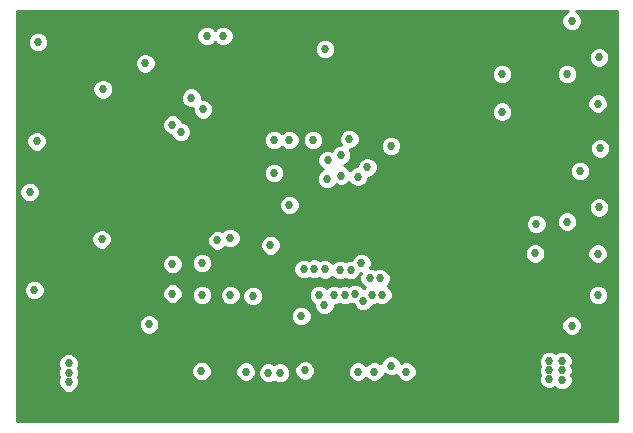
<source format=gbr>
G04 #@! TF.FileFunction,Copper,L3,Inr,Plane*
%FSLAX46Y46*%
G04 Gerber Fmt 4.6, Leading zero omitted, Abs format (unit mm)*
G04 Created by KiCad (PCBNEW 4.0.4-stable) date 12/08/16 20:58:41*
%MOMM*%
%LPD*%
G01*
G04 APERTURE LIST*
%ADD10C,0.100000*%
%ADD11C,0.690000*%
%ADD12C,0.254000*%
G04 APERTURE END LIST*
D10*
D11*
X76100000Y-112200000D03*
X76100000Y-113000000D03*
X76100000Y-111400000D03*
X93800000Y-111200000D03*
X85300000Y-105600000D03*
X91200000Y-98000000D03*
X93000000Y-87500000D03*
X82100000Y-82200000D03*
X77900000Y-90700000D03*
X74700000Y-82600000D03*
X74766434Y-95300000D03*
X74700000Y-107800000D03*
X72600000Y-88195944D03*
X75300000Y-90700000D03*
X80691844Y-103491844D03*
X75200000Y-103500000D03*
X72636424Y-100900000D03*
X97000000Y-112000000D03*
X115700000Y-112000000D03*
X115700000Y-112700000D03*
X115700000Y-111200000D03*
X111700000Y-86900000D03*
X117200000Y-86900000D03*
X117600000Y-82400000D03*
X119800000Y-89408000D03*
X118300000Y-95100000D03*
X114600000Y-99600000D03*
X117200000Y-99400000D03*
X119800000Y-102108000D03*
X117600000Y-108200000D03*
X94700000Y-107400000D03*
X81800000Y-108100000D03*
X96700000Y-84800000D03*
X81500000Y-86000000D03*
X92900000Y-112200000D03*
X88700000Y-105600000D03*
X88700000Y-100800000D03*
X90600000Y-105700000D03*
X92100000Y-101400000D03*
X116800000Y-112800000D03*
X116800000Y-111200000D03*
X116800000Y-112000000D03*
X75000000Y-113000000D03*
X75000000Y-111400000D03*
X75000000Y-112200000D03*
X111700000Y-90100000D03*
X119900000Y-85500000D03*
X120000000Y-93200000D03*
X114500000Y-102100000D03*
X119900000Y-98200000D03*
X119836000Y-105600000D03*
X87600000Y-101000000D03*
X93700000Y-98000000D03*
X93700000Y-92500000D03*
X77900000Y-88200000D03*
X72400000Y-84200000D03*
X72300000Y-92600000D03*
X71700000Y-96900000D03*
X72100000Y-105200000D03*
X77800000Y-100900000D03*
X95000000Y-112000000D03*
X83800000Y-91200000D03*
X83800000Y-103000000D03*
X83800000Y-105500000D03*
X85388941Y-88911059D03*
X88100000Y-83700000D03*
X86700000Y-83700000D03*
X86400000Y-89900000D03*
X84500000Y-91800000D03*
X86311468Y-102911468D03*
X86311468Y-105600000D03*
X96668361Y-106456809D03*
X95816130Y-103385256D03*
X99265969Y-105546923D03*
X98884213Y-103495954D03*
X101567913Y-105582652D03*
X101389950Y-104210472D03*
X99955864Y-106109210D03*
X102300000Y-111600000D03*
X99800000Y-102900000D03*
X99500000Y-95600000D03*
X95686000Y-92500000D03*
X100677923Y-105588873D03*
X98770332Y-92414373D03*
X100300000Y-94800000D03*
X100500000Y-104200000D03*
X103600000Y-112100000D03*
X98379952Y-105631158D03*
X97994216Y-103501216D03*
X98066414Y-93778596D03*
X98100000Y-95500000D03*
X100900000Y-112100000D03*
X97490012Y-105619856D03*
X96704205Y-103443935D03*
X99500000Y-112100000D03*
X96900000Y-95800000D03*
X96938795Y-94189290D03*
X102306000Y-93000000D03*
X91915679Y-112199509D03*
X96200000Y-105600000D03*
X94900000Y-103400000D03*
X92400000Y-95300000D03*
X92400000Y-92500000D03*
X90000000Y-112100000D03*
X86256091Y-112043909D03*
D12*
G36*
X117106697Y-81660324D02*
X116861186Y-81905407D01*
X116728152Y-82225788D01*
X116727849Y-82572690D01*
X116860324Y-82893303D01*
X117105407Y-83138814D01*
X117425788Y-83271848D01*
X117772690Y-83272151D01*
X118093303Y-83139676D01*
X118338814Y-82894593D01*
X118471848Y-82574212D01*
X118472151Y-82227310D01*
X118339676Y-81906697D01*
X118094593Y-81661186D01*
X117952057Y-81602000D01*
X121398000Y-81602000D01*
X121398000Y-116298000D01*
X70602000Y-116298000D01*
X70602000Y-111572690D01*
X74127849Y-111572690D01*
X74221840Y-111800164D01*
X74128152Y-112025788D01*
X74127849Y-112372690D01*
X74221840Y-112600164D01*
X74128152Y-112825788D01*
X74127849Y-113172690D01*
X74260324Y-113493303D01*
X74505407Y-113738814D01*
X74825788Y-113871848D01*
X75172690Y-113872151D01*
X75493303Y-113739676D01*
X75738814Y-113494593D01*
X75871848Y-113174212D01*
X75872151Y-112827310D01*
X75778160Y-112599836D01*
X75871848Y-112374212D01*
X75871985Y-112216599D01*
X85383940Y-112216599D01*
X85516415Y-112537212D01*
X85761498Y-112782723D01*
X86081879Y-112915757D01*
X86428781Y-112916060D01*
X86749394Y-112783585D01*
X86994905Y-112538502D01*
X87105279Y-112272690D01*
X89127849Y-112272690D01*
X89260324Y-112593303D01*
X89505407Y-112838814D01*
X89825788Y-112971848D01*
X90172690Y-112972151D01*
X90493303Y-112839676D01*
X90738814Y-112594593D01*
X90831160Y-112372199D01*
X91043528Y-112372199D01*
X91176003Y-112692812D01*
X91421086Y-112938323D01*
X91741467Y-113071357D01*
X92088369Y-113071660D01*
X92407638Y-112939740D01*
X92725788Y-113071848D01*
X93072690Y-113072151D01*
X93393303Y-112939676D01*
X93638814Y-112694593D01*
X93771848Y-112374212D01*
X93772024Y-112172690D01*
X94127849Y-112172690D01*
X94260324Y-112493303D01*
X94505407Y-112738814D01*
X94825788Y-112871848D01*
X95172690Y-112872151D01*
X95493303Y-112739676D01*
X95738814Y-112494593D01*
X95830956Y-112272690D01*
X98627849Y-112272690D01*
X98760324Y-112593303D01*
X99005407Y-112838814D01*
X99325788Y-112971848D01*
X99672690Y-112972151D01*
X99993303Y-112839676D01*
X100200146Y-112633194D01*
X100405407Y-112838814D01*
X100725788Y-112971848D01*
X101072690Y-112972151D01*
X101393303Y-112839676D01*
X101638814Y-112594593D01*
X101762762Y-112296094D01*
X101805407Y-112338814D01*
X102125788Y-112471848D01*
X102472690Y-112472151D01*
X102761036Y-112353008D01*
X102860324Y-112593303D01*
X103105407Y-112838814D01*
X103425788Y-112971848D01*
X103772690Y-112972151D01*
X104093303Y-112839676D01*
X104338814Y-112594593D01*
X104471848Y-112274212D01*
X104472151Y-111927310D01*
X104339676Y-111606697D01*
X104106077Y-111372690D01*
X114827849Y-111372690D01*
X114921840Y-111600164D01*
X114828152Y-111825788D01*
X114827849Y-112172690D01*
X114901129Y-112350040D01*
X114828152Y-112525788D01*
X114827849Y-112872690D01*
X114960324Y-113193303D01*
X115205407Y-113438814D01*
X115525788Y-113571848D01*
X115872690Y-113572151D01*
X116193303Y-113439676D01*
X116199884Y-113433107D01*
X116305407Y-113538814D01*
X116625788Y-113671848D01*
X116972690Y-113672151D01*
X117293303Y-113539676D01*
X117538814Y-113294593D01*
X117671848Y-112974212D01*
X117672151Y-112627310D01*
X117578160Y-112399836D01*
X117671848Y-112174212D01*
X117672151Y-111827310D01*
X117578160Y-111599836D01*
X117671848Y-111374212D01*
X117672151Y-111027310D01*
X117539676Y-110706697D01*
X117294593Y-110461186D01*
X116974212Y-110328152D01*
X116627310Y-110327849D01*
X116306697Y-110460324D01*
X116250116Y-110516806D01*
X116194593Y-110461186D01*
X115874212Y-110328152D01*
X115527310Y-110327849D01*
X115206697Y-110460324D01*
X114961186Y-110705407D01*
X114828152Y-111025788D01*
X114827849Y-111372690D01*
X104106077Y-111372690D01*
X104094593Y-111361186D01*
X103774212Y-111228152D01*
X103427310Y-111227849D01*
X103138964Y-111346992D01*
X103039676Y-111106697D01*
X102794593Y-110861186D01*
X102474212Y-110728152D01*
X102127310Y-110727849D01*
X101806697Y-110860324D01*
X101561186Y-111105407D01*
X101437238Y-111403906D01*
X101394593Y-111361186D01*
X101074212Y-111228152D01*
X100727310Y-111227849D01*
X100406697Y-111360324D01*
X100199854Y-111566806D01*
X99994593Y-111361186D01*
X99674212Y-111228152D01*
X99327310Y-111227849D01*
X99006697Y-111360324D01*
X98761186Y-111605407D01*
X98628152Y-111925788D01*
X98627849Y-112272690D01*
X95830956Y-112272690D01*
X95871848Y-112174212D01*
X95872151Y-111827310D01*
X95739676Y-111506697D01*
X95494593Y-111261186D01*
X95174212Y-111128152D01*
X94827310Y-111127849D01*
X94506697Y-111260324D01*
X94261186Y-111505407D01*
X94128152Y-111825788D01*
X94127849Y-112172690D01*
X93772024Y-112172690D01*
X93772151Y-112027310D01*
X93639676Y-111706697D01*
X93394593Y-111461186D01*
X93074212Y-111328152D01*
X92727310Y-111327849D01*
X92408041Y-111459769D01*
X92089891Y-111327661D01*
X91742989Y-111327358D01*
X91422376Y-111459833D01*
X91176865Y-111704916D01*
X91043831Y-112025297D01*
X91043528Y-112372199D01*
X90831160Y-112372199D01*
X90871848Y-112274212D01*
X90872151Y-111927310D01*
X90739676Y-111606697D01*
X90494593Y-111361186D01*
X90174212Y-111228152D01*
X89827310Y-111227849D01*
X89506697Y-111360324D01*
X89261186Y-111605407D01*
X89128152Y-111925788D01*
X89127849Y-112272690D01*
X87105279Y-112272690D01*
X87127939Y-112218121D01*
X87128242Y-111871219D01*
X86995767Y-111550606D01*
X86750684Y-111305095D01*
X86430303Y-111172061D01*
X86083401Y-111171758D01*
X85762788Y-111304233D01*
X85517277Y-111549316D01*
X85384243Y-111869697D01*
X85383940Y-112216599D01*
X75871985Y-112216599D01*
X75872151Y-112027310D01*
X75778160Y-111799836D01*
X75871848Y-111574212D01*
X75872151Y-111227310D01*
X75739676Y-110906697D01*
X75494593Y-110661186D01*
X75174212Y-110528152D01*
X74827310Y-110527849D01*
X74506697Y-110660324D01*
X74261186Y-110905407D01*
X74128152Y-111225788D01*
X74127849Y-111572690D01*
X70602000Y-111572690D01*
X70602000Y-108272690D01*
X80927849Y-108272690D01*
X81060324Y-108593303D01*
X81305407Y-108838814D01*
X81625788Y-108971848D01*
X81972690Y-108972151D01*
X82293303Y-108839676D01*
X82538814Y-108594593D01*
X82630956Y-108372690D01*
X116727849Y-108372690D01*
X116860324Y-108693303D01*
X117105407Y-108938814D01*
X117425788Y-109071848D01*
X117772690Y-109072151D01*
X118093303Y-108939676D01*
X118338814Y-108694593D01*
X118471848Y-108374212D01*
X118472151Y-108027310D01*
X118339676Y-107706697D01*
X118094593Y-107461186D01*
X117774212Y-107328152D01*
X117427310Y-107327849D01*
X117106697Y-107460324D01*
X116861186Y-107705407D01*
X116728152Y-108025788D01*
X116727849Y-108372690D01*
X82630956Y-108372690D01*
X82671848Y-108274212D01*
X82672151Y-107927310D01*
X82539676Y-107606697D01*
X82505729Y-107572690D01*
X93827849Y-107572690D01*
X93960324Y-107893303D01*
X94205407Y-108138814D01*
X94525788Y-108271848D01*
X94872690Y-108272151D01*
X95193303Y-108139676D01*
X95438814Y-107894593D01*
X95571848Y-107574212D01*
X95572151Y-107227310D01*
X95439676Y-106906697D01*
X95194593Y-106661186D01*
X94874212Y-106528152D01*
X94527310Y-106527849D01*
X94206697Y-106660324D01*
X93961186Y-106905407D01*
X93828152Y-107225788D01*
X93827849Y-107572690D01*
X82505729Y-107572690D01*
X82294593Y-107361186D01*
X81974212Y-107228152D01*
X81627310Y-107227849D01*
X81306697Y-107360324D01*
X81061186Y-107605407D01*
X80928152Y-107925788D01*
X80927849Y-108272690D01*
X70602000Y-108272690D01*
X70602000Y-105372690D01*
X71227849Y-105372690D01*
X71360324Y-105693303D01*
X71605407Y-105938814D01*
X71925788Y-106071848D01*
X72272690Y-106072151D01*
X72593303Y-105939676D01*
X72838814Y-105694593D01*
X72847908Y-105672690D01*
X82927849Y-105672690D01*
X83060324Y-105993303D01*
X83305407Y-106238814D01*
X83625788Y-106371848D01*
X83972690Y-106372151D01*
X84293303Y-106239676D01*
X84538814Y-105994593D01*
X84630956Y-105772690D01*
X85439317Y-105772690D01*
X85571792Y-106093303D01*
X85816875Y-106338814D01*
X86137256Y-106471848D01*
X86484158Y-106472151D01*
X86804771Y-106339676D01*
X87050282Y-106094593D01*
X87183316Y-105774212D01*
X87183317Y-105772690D01*
X87827849Y-105772690D01*
X87960324Y-106093303D01*
X88205407Y-106338814D01*
X88525788Y-106471848D01*
X88872690Y-106472151D01*
X89193303Y-106339676D01*
X89438814Y-106094593D01*
X89530956Y-105872690D01*
X89727849Y-105872690D01*
X89860324Y-106193303D01*
X90105407Y-106438814D01*
X90425788Y-106571848D01*
X90772690Y-106572151D01*
X91093303Y-106439676D01*
X91338814Y-106194593D01*
X91471848Y-105874212D01*
X91472151Y-105527310D01*
X91339676Y-105206697D01*
X91094593Y-104961186D01*
X90774212Y-104828152D01*
X90427310Y-104827849D01*
X90106697Y-104960324D01*
X89861186Y-105205407D01*
X89728152Y-105525788D01*
X89727849Y-105872690D01*
X89530956Y-105872690D01*
X89571848Y-105774212D01*
X89572151Y-105427310D01*
X89439676Y-105106697D01*
X89194593Y-104861186D01*
X88874212Y-104728152D01*
X88527310Y-104727849D01*
X88206697Y-104860324D01*
X87961186Y-105105407D01*
X87828152Y-105425788D01*
X87827849Y-105772690D01*
X87183317Y-105772690D01*
X87183619Y-105427310D01*
X87051144Y-105106697D01*
X86806061Y-104861186D01*
X86485680Y-104728152D01*
X86138778Y-104727849D01*
X85818165Y-104860324D01*
X85572654Y-105105407D01*
X85439620Y-105425788D01*
X85439317Y-105772690D01*
X84630956Y-105772690D01*
X84671848Y-105674212D01*
X84672151Y-105327310D01*
X84539676Y-105006697D01*
X84294593Y-104761186D01*
X83974212Y-104628152D01*
X83627310Y-104627849D01*
X83306697Y-104760324D01*
X83061186Y-105005407D01*
X82928152Y-105325788D01*
X82927849Y-105672690D01*
X72847908Y-105672690D01*
X72971848Y-105374212D01*
X72972151Y-105027310D01*
X72839676Y-104706697D01*
X72594593Y-104461186D01*
X72274212Y-104328152D01*
X71927310Y-104327849D01*
X71606697Y-104460324D01*
X71361186Y-104705407D01*
X71228152Y-105025788D01*
X71227849Y-105372690D01*
X70602000Y-105372690D01*
X70602000Y-103172690D01*
X82927849Y-103172690D01*
X83060324Y-103493303D01*
X83305407Y-103738814D01*
X83625788Y-103871848D01*
X83972690Y-103872151D01*
X84293303Y-103739676D01*
X84538814Y-103494593D01*
X84671848Y-103174212D01*
X84671926Y-103084158D01*
X85439317Y-103084158D01*
X85571792Y-103404771D01*
X85816875Y-103650282D01*
X86137256Y-103783316D01*
X86484158Y-103783619D01*
X86804771Y-103651144D01*
X86883362Y-103572690D01*
X94027849Y-103572690D01*
X94160324Y-103893303D01*
X94405407Y-104138814D01*
X94725788Y-104271848D01*
X95072690Y-104272151D01*
X95376170Y-104146755D01*
X95641918Y-104257104D01*
X95988820Y-104257407D01*
X96197900Y-104171017D01*
X96209612Y-104182749D01*
X96529993Y-104315783D01*
X96876895Y-104316086D01*
X97197508Y-104183611D01*
X97320620Y-104060714D01*
X97499623Y-104240030D01*
X97820004Y-104373064D01*
X98166906Y-104373367D01*
X98445841Y-104258113D01*
X98710001Y-104367802D01*
X99056903Y-104368105D01*
X99377516Y-104235630D01*
X99623027Y-103990547D01*
X99713807Y-103771925D01*
X99733558Y-103771942D01*
X99628152Y-104025788D01*
X99627849Y-104372690D01*
X99760324Y-104693303D01*
X100005407Y-104938814D01*
X100068572Y-104965043D01*
X99992765Y-105040718D01*
X99760562Y-104808109D01*
X99440181Y-104675075D01*
X99093279Y-104674772D01*
X98772666Y-104807247D01*
X98742391Y-104837469D01*
X98554164Y-104759310D01*
X98207262Y-104759007D01*
X97948350Y-104865988D01*
X97664224Y-104748008D01*
X97317322Y-104747705D01*
X96996709Y-104880180D01*
X96854884Y-105021757D01*
X96694593Y-104861186D01*
X96374212Y-104728152D01*
X96027310Y-104727849D01*
X95706697Y-104860324D01*
X95461186Y-105105407D01*
X95328152Y-105425788D01*
X95327849Y-105772690D01*
X95460324Y-106093303D01*
X95705407Y-106338814D01*
X95796431Y-106376610D01*
X95796210Y-106629499D01*
X95928685Y-106950112D01*
X96173768Y-107195623D01*
X96494149Y-107328657D01*
X96841051Y-107328960D01*
X97161664Y-107196485D01*
X97407175Y-106951402D01*
X97540209Y-106631021D01*
X97540331Y-106491900D01*
X97662702Y-106492007D01*
X97921614Y-106385026D01*
X98205740Y-106503006D01*
X98552642Y-106503309D01*
X98873255Y-106370834D01*
X98903530Y-106340612D01*
X99091757Y-106418771D01*
X99140285Y-106418813D01*
X99216188Y-106602513D01*
X99461271Y-106848024D01*
X99781652Y-106981058D01*
X100128554Y-106981361D01*
X100449167Y-106848886D01*
X100694678Y-106603803D01*
X100754000Y-106460940D01*
X100850613Y-106461024D01*
X101130702Y-106345293D01*
X101393701Y-106454500D01*
X101740603Y-106454803D01*
X102061216Y-106322328D01*
X102306727Y-106077245D01*
X102433189Y-105772690D01*
X118963849Y-105772690D01*
X119096324Y-106093303D01*
X119341407Y-106338814D01*
X119661788Y-106471848D01*
X120008690Y-106472151D01*
X120329303Y-106339676D01*
X120574814Y-106094593D01*
X120707848Y-105774212D01*
X120708151Y-105427310D01*
X120575676Y-105106697D01*
X120330593Y-104861186D01*
X120010212Y-104728152D01*
X119663310Y-104727849D01*
X119342697Y-104860324D01*
X119097186Y-105105407D01*
X118964152Y-105425788D01*
X118963849Y-105772690D01*
X102433189Y-105772690D01*
X102439761Y-105756864D01*
X102440064Y-105409962D01*
X102307589Y-105089349D01*
X102062506Y-104843838D01*
X102011122Y-104822502D01*
X102128764Y-104705065D01*
X102261798Y-104384684D01*
X102262101Y-104037782D01*
X102129626Y-103717169D01*
X101884543Y-103471658D01*
X101564162Y-103338624D01*
X101217260Y-103338321D01*
X100957341Y-103445718D01*
X100674212Y-103328152D01*
X100566442Y-103328058D01*
X100671848Y-103074212D01*
X100672151Y-102727310D01*
X100539676Y-102406697D01*
X100405903Y-102272690D01*
X113627849Y-102272690D01*
X113760324Y-102593303D01*
X114005407Y-102838814D01*
X114325788Y-102971848D01*
X114672690Y-102972151D01*
X114993303Y-102839676D01*
X115238814Y-102594593D01*
X115369158Y-102280690D01*
X118927849Y-102280690D01*
X119060324Y-102601303D01*
X119305407Y-102846814D01*
X119625788Y-102979848D01*
X119972690Y-102980151D01*
X120293303Y-102847676D01*
X120538814Y-102602593D01*
X120671848Y-102282212D01*
X120672151Y-101935310D01*
X120539676Y-101614697D01*
X120294593Y-101369186D01*
X119974212Y-101236152D01*
X119627310Y-101235849D01*
X119306697Y-101368324D01*
X119061186Y-101613407D01*
X118928152Y-101933788D01*
X118927849Y-102280690D01*
X115369158Y-102280690D01*
X115371848Y-102274212D01*
X115372151Y-101927310D01*
X115239676Y-101606697D01*
X114994593Y-101361186D01*
X114674212Y-101228152D01*
X114327310Y-101227849D01*
X114006697Y-101360324D01*
X113761186Y-101605407D01*
X113628152Y-101925788D01*
X113627849Y-102272690D01*
X100405903Y-102272690D01*
X100294593Y-102161186D01*
X99974212Y-102028152D01*
X99627310Y-102027849D01*
X99306697Y-102160324D01*
X99061186Y-102405407D01*
X98970406Y-102624029D01*
X98711523Y-102623803D01*
X98432588Y-102739057D01*
X98168428Y-102629368D01*
X97821526Y-102629065D01*
X97500913Y-102761540D01*
X97377801Y-102884437D01*
X97198798Y-102705121D01*
X96878417Y-102572087D01*
X96531515Y-102571784D01*
X96322435Y-102658174D01*
X96310723Y-102646442D01*
X95990342Y-102513408D01*
X95643440Y-102513105D01*
X95339960Y-102638501D01*
X95074212Y-102528152D01*
X94727310Y-102527849D01*
X94406697Y-102660324D01*
X94161186Y-102905407D01*
X94028152Y-103225788D01*
X94027849Y-103572690D01*
X86883362Y-103572690D01*
X87050282Y-103406061D01*
X87183316Y-103085680D01*
X87183619Y-102738778D01*
X87051144Y-102418165D01*
X86806061Y-102172654D01*
X86485680Y-102039620D01*
X86138778Y-102039317D01*
X85818165Y-102171792D01*
X85572654Y-102416875D01*
X85439620Y-102737256D01*
X85439317Y-103084158D01*
X84671926Y-103084158D01*
X84672151Y-102827310D01*
X84539676Y-102506697D01*
X84294593Y-102261186D01*
X83974212Y-102128152D01*
X83627310Y-102127849D01*
X83306697Y-102260324D01*
X83061186Y-102505407D01*
X82928152Y-102825788D01*
X82927849Y-103172690D01*
X70602000Y-103172690D01*
X70602000Y-101072690D01*
X76927849Y-101072690D01*
X77060324Y-101393303D01*
X77305407Y-101638814D01*
X77625788Y-101771848D01*
X77972690Y-101772151D01*
X78293303Y-101639676D01*
X78538814Y-101394593D01*
X78630956Y-101172690D01*
X86727849Y-101172690D01*
X86860324Y-101493303D01*
X87105407Y-101738814D01*
X87425788Y-101871848D01*
X87772690Y-101872151D01*
X88093303Y-101739676D01*
X88268339Y-101564946D01*
X88525788Y-101671848D01*
X88872690Y-101672151D01*
X89113403Y-101572690D01*
X91227849Y-101572690D01*
X91360324Y-101893303D01*
X91605407Y-102138814D01*
X91925788Y-102271848D01*
X92272690Y-102272151D01*
X92593303Y-102139676D01*
X92838814Y-101894593D01*
X92971848Y-101574212D01*
X92972151Y-101227310D01*
X92839676Y-100906697D01*
X92594593Y-100661186D01*
X92274212Y-100528152D01*
X91927310Y-100527849D01*
X91606697Y-100660324D01*
X91361186Y-100905407D01*
X91228152Y-101225788D01*
X91227849Y-101572690D01*
X89113403Y-101572690D01*
X89193303Y-101539676D01*
X89438814Y-101294593D01*
X89571848Y-100974212D01*
X89572151Y-100627310D01*
X89439676Y-100306697D01*
X89194593Y-100061186D01*
X88874212Y-99928152D01*
X88527310Y-99927849D01*
X88206697Y-100060324D01*
X88031661Y-100235054D01*
X87774212Y-100128152D01*
X87427310Y-100127849D01*
X87106697Y-100260324D01*
X86861186Y-100505407D01*
X86728152Y-100825788D01*
X86727849Y-101172690D01*
X78630956Y-101172690D01*
X78671848Y-101074212D01*
X78672151Y-100727310D01*
X78539676Y-100406697D01*
X78294593Y-100161186D01*
X77974212Y-100028152D01*
X77627310Y-100027849D01*
X77306697Y-100160324D01*
X77061186Y-100405407D01*
X76928152Y-100725788D01*
X76927849Y-101072690D01*
X70602000Y-101072690D01*
X70602000Y-99772690D01*
X113727849Y-99772690D01*
X113860324Y-100093303D01*
X114105407Y-100338814D01*
X114425788Y-100471848D01*
X114772690Y-100472151D01*
X115093303Y-100339676D01*
X115338814Y-100094593D01*
X115471848Y-99774212D01*
X115472024Y-99572690D01*
X116327849Y-99572690D01*
X116460324Y-99893303D01*
X116705407Y-100138814D01*
X117025788Y-100271848D01*
X117372690Y-100272151D01*
X117693303Y-100139676D01*
X117938814Y-99894593D01*
X118071848Y-99574212D01*
X118072151Y-99227310D01*
X117939676Y-98906697D01*
X117694593Y-98661186D01*
X117374212Y-98528152D01*
X117027310Y-98527849D01*
X116706697Y-98660324D01*
X116461186Y-98905407D01*
X116328152Y-99225788D01*
X116327849Y-99572690D01*
X115472024Y-99572690D01*
X115472151Y-99427310D01*
X115339676Y-99106697D01*
X115094593Y-98861186D01*
X114774212Y-98728152D01*
X114427310Y-98727849D01*
X114106697Y-98860324D01*
X113861186Y-99105407D01*
X113728152Y-99425788D01*
X113727849Y-99772690D01*
X70602000Y-99772690D01*
X70602000Y-98172690D01*
X92827849Y-98172690D01*
X92960324Y-98493303D01*
X93205407Y-98738814D01*
X93525788Y-98871848D01*
X93872690Y-98872151D01*
X94193303Y-98739676D01*
X94438814Y-98494593D01*
X94489432Y-98372690D01*
X119027849Y-98372690D01*
X119160324Y-98693303D01*
X119405407Y-98938814D01*
X119725788Y-99071848D01*
X120072690Y-99072151D01*
X120393303Y-98939676D01*
X120638814Y-98694593D01*
X120771848Y-98374212D01*
X120772151Y-98027310D01*
X120639676Y-97706697D01*
X120394593Y-97461186D01*
X120074212Y-97328152D01*
X119727310Y-97327849D01*
X119406697Y-97460324D01*
X119161186Y-97705407D01*
X119028152Y-98025788D01*
X119027849Y-98372690D01*
X94489432Y-98372690D01*
X94571848Y-98174212D01*
X94572151Y-97827310D01*
X94439676Y-97506697D01*
X94194593Y-97261186D01*
X93874212Y-97128152D01*
X93527310Y-97127849D01*
X93206697Y-97260324D01*
X92961186Y-97505407D01*
X92828152Y-97825788D01*
X92827849Y-98172690D01*
X70602000Y-98172690D01*
X70602000Y-97072690D01*
X70827849Y-97072690D01*
X70960324Y-97393303D01*
X71205407Y-97638814D01*
X71525788Y-97771848D01*
X71872690Y-97772151D01*
X72193303Y-97639676D01*
X72438814Y-97394593D01*
X72571848Y-97074212D01*
X72572151Y-96727310D01*
X72439676Y-96406697D01*
X72194593Y-96161186D01*
X71874212Y-96028152D01*
X71527310Y-96027849D01*
X71206697Y-96160324D01*
X70961186Y-96405407D01*
X70828152Y-96725788D01*
X70827849Y-97072690D01*
X70602000Y-97072690D01*
X70602000Y-95472690D01*
X91527849Y-95472690D01*
X91660324Y-95793303D01*
X91905407Y-96038814D01*
X92225788Y-96171848D01*
X92572690Y-96172151D01*
X92893303Y-96039676D01*
X92960405Y-95972690D01*
X96027849Y-95972690D01*
X96160324Y-96293303D01*
X96405407Y-96538814D01*
X96725788Y-96671848D01*
X97072690Y-96672151D01*
X97393303Y-96539676D01*
X97638814Y-96294593D01*
X97653656Y-96258849D01*
X97925788Y-96371848D01*
X98272690Y-96372151D01*
X98593303Y-96239676D01*
X98754369Y-96078891D01*
X98760324Y-96093303D01*
X99005407Y-96338814D01*
X99325788Y-96471848D01*
X99672690Y-96472151D01*
X99993303Y-96339676D01*
X100238814Y-96094593D01*
X100371848Y-95774212D01*
X100371937Y-95672063D01*
X100472690Y-95672151D01*
X100793303Y-95539676D01*
X101038814Y-95294593D01*
X101047908Y-95272690D01*
X117427849Y-95272690D01*
X117560324Y-95593303D01*
X117805407Y-95838814D01*
X118125788Y-95971848D01*
X118472690Y-95972151D01*
X118793303Y-95839676D01*
X119038814Y-95594593D01*
X119171848Y-95274212D01*
X119172151Y-94927310D01*
X119039676Y-94606697D01*
X118794593Y-94361186D01*
X118474212Y-94228152D01*
X118127310Y-94227849D01*
X117806697Y-94360324D01*
X117561186Y-94605407D01*
X117428152Y-94925788D01*
X117427849Y-95272690D01*
X101047908Y-95272690D01*
X101171848Y-94974212D01*
X101172151Y-94627310D01*
X101039676Y-94306697D01*
X100794593Y-94061186D01*
X100474212Y-93928152D01*
X100127310Y-93927849D01*
X99806697Y-94060324D01*
X99561186Y-94305407D01*
X99428152Y-94625788D01*
X99428063Y-94727937D01*
X99327310Y-94727849D01*
X99006697Y-94860324D01*
X98845631Y-95021109D01*
X98839676Y-95006697D01*
X98594593Y-94761186D01*
X98283976Y-94632206D01*
X98559717Y-94518272D01*
X98805228Y-94273189D01*
X98938262Y-93952808D01*
X98938565Y-93605906D01*
X98806549Y-93286405D01*
X98943022Y-93286524D01*
X99218520Y-93172690D01*
X101433849Y-93172690D01*
X101566324Y-93493303D01*
X101811407Y-93738814D01*
X102131788Y-93871848D01*
X102478690Y-93872151D01*
X102799303Y-93739676D01*
X103044814Y-93494593D01*
X103095432Y-93372690D01*
X119127849Y-93372690D01*
X119260324Y-93693303D01*
X119505407Y-93938814D01*
X119825788Y-94071848D01*
X120172690Y-94072151D01*
X120493303Y-93939676D01*
X120738814Y-93694593D01*
X120871848Y-93374212D01*
X120872151Y-93027310D01*
X120739676Y-92706697D01*
X120494593Y-92461186D01*
X120174212Y-92328152D01*
X119827310Y-92327849D01*
X119506697Y-92460324D01*
X119261186Y-92705407D01*
X119128152Y-93025788D01*
X119127849Y-93372690D01*
X103095432Y-93372690D01*
X103177848Y-93174212D01*
X103178151Y-92827310D01*
X103045676Y-92506697D01*
X102800593Y-92261186D01*
X102480212Y-92128152D01*
X102133310Y-92127849D01*
X101812697Y-92260324D01*
X101567186Y-92505407D01*
X101434152Y-92825788D01*
X101433849Y-93172690D01*
X99218520Y-93172690D01*
X99263635Y-93154049D01*
X99509146Y-92908966D01*
X99642180Y-92588585D01*
X99642483Y-92241683D01*
X99510008Y-91921070D01*
X99264925Y-91675559D01*
X98944544Y-91542525D01*
X98597642Y-91542222D01*
X98277029Y-91674697D01*
X98031518Y-91919780D01*
X97898484Y-92240161D01*
X97898181Y-92587063D01*
X98030197Y-92906564D01*
X97893724Y-92906445D01*
X97573111Y-93038920D01*
X97327600Y-93284003D01*
X97284198Y-93388527D01*
X97113007Y-93317442D01*
X96766105Y-93317139D01*
X96445492Y-93449614D01*
X96199981Y-93694697D01*
X96066947Y-94015078D01*
X96066644Y-94361980D01*
X96199119Y-94682593D01*
X96444202Y-94928104D01*
X96585099Y-94986610D01*
X96406697Y-95060324D01*
X96161186Y-95305407D01*
X96028152Y-95625788D01*
X96027849Y-95972690D01*
X92960405Y-95972690D01*
X93138814Y-95794593D01*
X93271848Y-95474212D01*
X93272151Y-95127310D01*
X93139676Y-94806697D01*
X92894593Y-94561186D01*
X92574212Y-94428152D01*
X92227310Y-94427849D01*
X91906697Y-94560324D01*
X91661186Y-94805407D01*
X91528152Y-95125788D01*
X91527849Y-95472690D01*
X70602000Y-95472690D01*
X70602000Y-92772690D01*
X71427849Y-92772690D01*
X71560324Y-93093303D01*
X71805407Y-93338814D01*
X72125788Y-93471848D01*
X72472690Y-93472151D01*
X72793303Y-93339676D01*
X73038814Y-93094593D01*
X73171848Y-92774212D01*
X73171936Y-92672690D01*
X91527849Y-92672690D01*
X91660324Y-92993303D01*
X91905407Y-93238814D01*
X92225788Y-93371848D01*
X92572690Y-93372151D01*
X92893303Y-93239676D01*
X93050058Y-93083194D01*
X93205407Y-93238814D01*
X93525788Y-93371848D01*
X93872690Y-93372151D01*
X94193303Y-93239676D01*
X94438814Y-92994593D01*
X94571848Y-92674212D01*
X94571849Y-92672690D01*
X94813849Y-92672690D01*
X94946324Y-92993303D01*
X95191407Y-93238814D01*
X95511788Y-93371848D01*
X95858690Y-93372151D01*
X96179303Y-93239676D01*
X96424814Y-92994593D01*
X96557848Y-92674212D01*
X96558151Y-92327310D01*
X96425676Y-92006697D01*
X96180593Y-91761186D01*
X95860212Y-91628152D01*
X95513310Y-91627849D01*
X95192697Y-91760324D01*
X94947186Y-92005407D01*
X94814152Y-92325788D01*
X94813849Y-92672690D01*
X94571849Y-92672690D01*
X94572151Y-92327310D01*
X94439676Y-92006697D01*
X94194593Y-91761186D01*
X93874212Y-91628152D01*
X93527310Y-91627849D01*
X93206697Y-91760324D01*
X93049942Y-91916806D01*
X92894593Y-91761186D01*
X92574212Y-91628152D01*
X92227310Y-91627849D01*
X91906697Y-91760324D01*
X91661186Y-92005407D01*
X91528152Y-92325788D01*
X91527849Y-92672690D01*
X73171936Y-92672690D01*
X73172151Y-92427310D01*
X73039676Y-92106697D01*
X72794593Y-91861186D01*
X72474212Y-91728152D01*
X72127310Y-91727849D01*
X71806697Y-91860324D01*
X71561186Y-92105407D01*
X71428152Y-92425788D01*
X71427849Y-92772690D01*
X70602000Y-92772690D01*
X70602000Y-91372690D01*
X82927849Y-91372690D01*
X83060324Y-91693303D01*
X83305407Y-91938814D01*
X83625788Y-92071848D01*
X83668836Y-92071886D01*
X83760324Y-92293303D01*
X84005407Y-92538814D01*
X84325788Y-92671848D01*
X84672690Y-92672151D01*
X84993303Y-92539676D01*
X85238814Y-92294593D01*
X85371848Y-91974212D01*
X85372151Y-91627310D01*
X85239676Y-91306697D01*
X84994593Y-91061186D01*
X84674212Y-90928152D01*
X84631164Y-90928114D01*
X84539676Y-90706697D01*
X84294593Y-90461186D01*
X83974212Y-90328152D01*
X83627310Y-90327849D01*
X83306697Y-90460324D01*
X83061186Y-90705407D01*
X82928152Y-91025788D01*
X82927849Y-91372690D01*
X70602000Y-91372690D01*
X70602000Y-89083749D01*
X84516790Y-89083749D01*
X84649265Y-89404362D01*
X84894348Y-89649873D01*
X85214729Y-89782907D01*
X85528102Y-89783181D01*
X85527849Y-90072690D01*
X85660324Y-90393303D01*
X85905407Y-90638814D01*
X86225788Y-90771848D01*
X86572690Y-90772151D01*
X86893303Y-90639676D01*
X87138814Y-90394593D01*
X87189432Y-90272690D01*
X110827849Y-90272690D01*
X110960324Y-90593303D01*
X111205407Y-90838814D01*
X111525788Y-90971848D01*
X111872690Y-90972151D01*
X112193303Y-90839676D01*
X112438814Y-90594593D01*
X112571848Y-90274212D01*
X112572151Y-89927310D01*
X112439676Y-89606697D01*
X112413715Y-89580690D01*
X118927849Y-89580690D01*
X119060324Y-89901303D01*
X119305407Y-90146814D01*
X119625788Y-90279848D01*
X119972690Y-90280151D01*
X120293303Y-90147676D01*
X120538814Y-89902593D01*
X120671848Y-89582212D01*
X120672151Y-89235310D01*
X120539676Y-88914697D01*
X120294593Y-88669186D01*
X119974212Y-88536152D01*
X119627310Y-88535849D01*
X119306697Y-88668324D01*
X119061186Y-88913407D01*
X118928152Y-89233788D01*
X118927849Y-89580690D01*
X112413715Y-89580690D01*
X112194593Y-89361186D01*
X111874212Y-89228152D01*
X111527310Y-89227849D01*
X111206697Y-89360324D01*
X110961186Y-89605407D01*
X110828152Y-89925788D01*
X110827849Y-90272690D01*
X87189432Y-90272690D01*
X87271848Y-90074212D01*
X87272151Y-89727310D01*
X87139676Y-89406697D01*
X86894593Y-89161186D01*
X86574212Y-89028152D01*
X86260839Y-89027878D01*
X86261092Y-88738369D01*
X86128617Y-88417756D01*
X85883534Y-88172245D01*
X85563153Y-88039211D01*
X85216251Y-88038908D01*
X84895638Y-88171383D01*
X84650127Y-88416466D01*
X84517093Y-88736847D01*
X84516790Y-89083749D01*
X70602000Y-89083749D01*
X70602000Y-88372690D01*
X77027849Y-88372690D01*
X77160324Y-88693303D01*
X77405407Y-88938814D01*
X77725788Y-89071848D01*
X78072690Y-89072151D01*
X78393303Y-88939676D01*
X78638814Y-88694593D01*
X78771848Y-88374212D01*
X78772151Y-88027310D01*
X78639676Y-87706697D01*
X78394593Y-87461186D01*
X78074212Y-87328152D01*
X77727310Y-87327849D01*
X77406697Y-87460324D01*
X77161186Y-87705407D01*
X77028152Y-88025788D01*
X77027849Y-88372690D01*
X70602000Y-88372690D01*
X70602000Y-87072690D01*
X110827849Y-87072690D01*
X110960324Y-87393303D01*
X111205407Y-87638814D01*
X111525788Y-87771848D01*
X111872690Y-87772151D01*
X112193303Y-87639676D01*
X112438814Y-87394593D01*
X112571848Y-87074212D01*
X112571849Y-87072690D01*
X116327849Y-87072690D01*
X116460324Y-87393303D01*
X116705407Y-87638814D01*
X117025788Y-87771848D01*
X117372690Y-87772151D01*
X117693303Y-87639676D01*
X117938814Y-87394593D01*
X118071848Y-87074212D01*
X118072151Y-86727310D01*
X117939676Y-86406697D01*
X117694593Y-86161186D01*
X117374212Y-86028152D01*
X117027310Y-86027849D01*
X116706697Y-86160324D01*
X116461186Y-86405407D01*
X116328152Y-86725788D01*
X116327849Y-87072690D01*
X112571849Y-87072690D01*
X112572151Y-86727310D01*
X112439676Y-86406697D01*
X112194593Y-86161186D01*
X111874212Y-86028152D01*
X111527310Y-86027849D01*
X111206697Y-86160324D01*
X110961186Y-86405407D01*
X110828152Y-86725788D01*
X110827849Y-87072690D01*
X70602000Y-87072690D01*
X70602000Y-86172690D01*
X80627849Y-86172690D01*
X80760324Y-86493303D01*
X81005407Y-86738814D01*
X81325788Y-86871848D01*
X81672690Y-86872151D01*
X81993303Y-86739676D01*
X82238814Y-86494593D01*
X82371848Y-86174212D01*
X82372151Y-85827310D01*
X82308264Y-85672690D01*
X119027849Y-85672690D01*
X119160324Y-85993303D01*
X119405407Y-86238814D01*
X119725788Y-86371848D01*
X120072690Y-86372151D01*
X120393303Y-86239676D01*
X120638814Y-85994593D01*
X120771848Y-85674212D01*
X120772151Y-85327310D01*
X120639676Y-85006697D01*
X120394593Y-84761186D01*
X120074212Y-84628152D01*
X119727310Y-84627849D01*
X119406697Y-84760324D01*
X119161186Y-85005407D01*
X119028152Y-85325788D01*
X119027849Y-85672690D01*
X82308264Y-85672690D01*
X82239676Y-85506697D01*
X81994593Y-85261186D01*
X81674212Y-85128152D01*
X81327310Y-85127849D01*
X81006697Y-85260324D01*
X80761186Y-85505407D01*
X80628152Y-85825788D01*
X80627849Y-86172690D01*
X70602000Y-86172690D01*
X70602000Y-84372690D01*
X71527849Y-84372690D01*
X71660324Y-84693303D01*
X71905407Y-84938814D01*
X72225788Y-85071848D01*
X72572690Y-85072151D01*
X72813403Y-84972690D01*
X95827849Y-84972690D01*
X95960324Y-85293303D01*
X96205407Y-85538814D01*
X96525788Y-85671848D01*
X96872690Y-85672151D01*
X97193303Y-85539676D01*
X97438814Y-85294593D01*
X97571848Y-84974212D01*
X97572151Y-84627310D01*
X97439676Y-84306697D01*
X97194593Y-84061186D01*
X96874212Y-83928152D01*
X96527310Y-83927849D01*
X96206697Y-84060324D01*
X95961186Y-84305407D01*
X95828152Y-84625788D01*
X95827849Y-84972690D01*
X72813403Y-84972690D01*
X72893303Y-84939676D01*
X73138814Y-84694593D01*
X73271848Y-84374212D01*
X73272151Y-84027310D01*
X73208264Y-83872690D01*
X85827849Y-83872690D01*
X85960324Y-84193303D01*
X86205407Y-84438814D01*
X86525788Y-84571848D01*
X86872690Y-84572151D01*
X87193303Y-84439676D01*
X87400146Y-84233194D01*
X87605407Y-84438814D01*
X87925788Y-84571848D01*
X88272690Y-84572151D01*
X88593303Y-84439676D01*
X88838814Y-84194593D01*
X88971848Y-83874212D01*
X88972151Y-83527310D01*
X88839676Y-83206697D01*
X88594593Y-82961186D01*
X88274212Y-82828152D01*
X87927310Y-82827849D01*
X87606697Y-82960324D01*
X87399854Y-83166806D01*
X87194593Y-82961186D01*
X86874212Y-82828152D01*
X86527310Y-82827849D01*
X86206697Y-82960324D01*
X85961186Y-83205407D01*
X85828152Y-83525788D01*
X85827849Y-83872690D01*
X73208264Y-83872690D01*
X73139676Y-83706697D01*
X72894593Y-83461186D01*
X72574212Y-83328152D01*
X72227310Y-83327849D01*
X71906697Y-83460324D01*
X71661186Y-83705407D01*
X71528152Y-84025788D01*
X71527849Y-84372690D01*
X70602000Y-84372690D01*
X70602000Y-81602000D01*
X117247851Y-81602000D01*
X117106697Y-81660324D01*
X117106697Y-81660324D01*
G37*
X117106697Y-81660324D02*
X116861186Y-81905407D01*
X116728152Y-82225788D01*
X116727849Y-82572690D01*
X116860324Y-82893303D01*
X117105407Y-83138814D01*
X117425788Y-83271848D01*
X117772690Y-83272151D01*
X118093303Y-83139676D01*
X118338814Y-82894593D01*
X118471848Y-82574212D01*
X118472151Y-82227310D01*
X118339676Y-81906697D01*
X118094593Y-81661186D01*
X117952057Y-81602000D01*
X121398000Y-81602000D01*
X121398000Y-116298000D01*
X70602000Y-116298000D01*
X70602000Y-111572690D01*
X74127849Y-111572690D01*
X74221840Y-111800164D01*
X74128152Y-112025788D01*
X74127849Y-112372690D01*
X74221840Y-112600164D01*
X74128152Y-112825788D01*
X74127849Y-113172690D01*
X74260324Y-113493303D01*
X74505407Y-113738814D01*
X74825788Y-113871848D01*
X75172690Y-113872151D01*
X75493303Y-113739676D01*
X75738814Y-113494593D01*
X75871848Y-113174212D01*
X75872151Y-112827310D01*
X75778160Y-112599836D01*
X75871848Y-112374212D01*
X75871985Y-112216599D01*
X85383940Y-112216599D01*
X85516415Y-112537212D01*
X85761498Y-112782723D01*
X86081879Y-112915757D01*
X86428781Y-112916060D01*
X86749394Y-112783585D01*
X86994905Y-112538502D01*
X87105279Y-112272690D01*
X89127849Y-112272690D01*
X89260324Y-112593303D01*
X89505407Y-112838814D01*
X89825788Y-112971848D01*
X90172690Y-112972151D01*
X90493303Y-112839676D01*
X90738814Y-112594593D01*
X90831160Y-112372199D01*
X91043528Y-112372199D01*
X91176003Y-112692812D01*
X91421086Y-112938323D01*
X91741467Y-113071357D01*
X92088369Y-113071660D01*
X92407638Y-112939740D01*
X92725788Y-113071848D01*
X93072690Y-113072151D01*
X93393303Y-112939676D01*
X93638814Y-112694593D01*
X93771848Y-112374212D01*
X93772024Y-112172690D01*
X94127849Y-112172690D01*
X94260324Y-112493303D01*
X94505407Y-112738814D01*
X94825788Y-112871848D01*
X95172690Y-112872151D01*
X95493303Y-112739676D01*
X95738814Y-112494593D01*
X95830956Y-112272690D01*
X98627849Y-112272690D01*
X98760324Y-112593303D01*
X99005407Y-112838814D01*
X99325788Y-112971848D01*
X99672690Y-112972151D01*
X99993303Y-112839676D01*
X100200146Y-112633194D01*
X100405407Y-112838814D01*
X100725788Y-112971848D01*
X101072690Y-112972151D01*
X101393303Y-112839676D01*
X101638814Y-112594593D01*
X101762762Y-112296094D01*
X101805407Y-112338814D01*
X102125788Y-112471848D01*
X102472690Y-112472151D01*
X102761036Y-112353008D01*
X102860324Y-112593303D01*
X103105407Y-112838814D01*
X103425788Y-112971848D01*
X103772690Y-112972151D01*
X104093303Y-112839676D01*
X104338814Y-112594593D01*
X104471848Y-112274212D01*
X104472151Y-111927310D01*
X104339676Y-111606697D01*
X104106077Y-111372690D01*
X114827849Y-111372690D01*
X114921840Y-111600164D01*
X114828152Y-111825788D01*
X114827849Y-112172690D01*
X114901129Y-112350040D01*
X114828152Y-112525788D01*
X114827849Y-112872690D01*
X114960324Y-113193303D01*
X115205407Y-113438814D01*
X115525788Y-113571848D01*
X115872690Y-113572151D01*
X116193303Y-113439676D01*
X116199884Y-113433107D01*
X116305407Y-113538814D01*
X116625788Y-113671848D01*
X116972690Y-113672151D01*
X117293303Y-113539676D01*
X117538814Y-113294593D01*
X117671848Y-112974212D01*
X117672151Y-112627310D01*
X117578160Y-112399836D01*
X117671848Y-112174212D01*
X117672151Y-111827310D01*
X117578160Y-111599836D01*
X117671848Y-111374212D01*
X117672151Y-111027310D01*
X117539676Y-110706697D01*
X117294593Y-110461186D01*
X116974212Y-110328152D01*
X116627310Y-110327849D01*
X116306697Y-110460324D01*
X116250116Y-110516806D01*
X116194593Y-110461186D01*
X115874212Y-110328152D01*
X115527310Y-110327849D01*
X115206697Y-110460324D01*
X114961186Y-110705407D01*
X114828152Y-111025788D01*
X114827849Y-111372690D01*
X104106077Y-111372690D01*
X104094593Y-111361186D01*
X103774212Y-111228152D01*
X103427310Y-111227849D01*
X103138964Y-111346992D01*
X103039676Y-111106697D01*
X102794593Y-110861186D01*
X102474212Y-110728152D01*
X102127310Y-110727849D01*
X101806697Y-110860324D01*
X101561186Y-111105407D01*
X101437238Y-111403906D01*
X101394593Y-111361186D01*
X101074212Y-111228152D01*
X100727310Y-111227849D01*
X100406697Y-111360324D01*
X100199854Y-111566806D01*
X99994593Y-111361186D01*
X99674212Y-111228152D01*
X99327310Y-111227849D01*
X99006697Y-111360324D01*
X98761186Y-111605407D01*
X98628152Y-111925788D01*
X98627849Y-112272690D01*
X95830956Y-112272690D01*
X95871848Y-112174212D01*
X95872151Y-111827310D01*
X95739676Y-111506697D01*
X95494593Y-111261186D01*
X95174212Y-111128152D01*
X94827310Y-111127849D01*
X94506697Y-111260324D01*
X94261186Y-111505407D01*
X94128152Y-111825788D01*
X94127849Y-112172690D01*
X93772024Y-112172690D01*
X93772151Y-112027310D01*
X93639676Y-111706697D01*
X93394593Y-111461186D01*
X93074212Y-111328152D01*
X92727310Y-111327849D01*
X92408041Y-111459769D01*
X92089891Y-111327661D01*
X91742989Y-111327358D01*
X91422376Y-111459833D01*
X91176865Y-111704916D01*
X91043831Y-112025297D01*
X91043528Y-112372199D01*
X90831160Y-112372199D01*
X90871848Y-112274212D01*
X90872151Y-111927310D01*
X90739676Y-111606697D01*
X90494593Y-111361186D01*
X90174212Y-111228152D01*
X89827310Y-111227849D01*
X89506697Y-111360324D01*
X89261186Y-111605407D01*
X89128152Y-111925788D01*
X89127849Y-112272690D01*
X87105279Y-112272690D01*
X87127939Y-112218121D01*
X87128242Y-111871219D01*
X86995767Y-111550606D01*
X86750684Y-111305095D01*
X86430303Y-111172061D01*
X86083401Y-111171758D01*
X85762788Y-111304233D01*
X85517277Y-111549316D01*
X85384243Y-111869697D01*
X85383940Y-112216599D01*
X75871985Y-112216599D01*
X75872151Y-112027310D01*
X75778160Y-111799836D01*
X75871848Y-111574212D01*
X75872151Y-111227310D01*
X75739676Y-110906697D01*
X75494593Y-110661186D01*
X75174212Y-110528152D01*
X74827310Y-110527849D01*
X74506697Y-110660324D01*
X74261186Y-110905407D01*
X74128152Y-111225788D01*
X74127849Y-111572690D01*
X70602000Y-111572690D01*
X70602000Y-108272690D01*
X80927849Y-108272690D01*
X81060324Y-108593303D01*
X81305407Y-108838814D01*
X81625788Y-108971848D01*
X81972690Y-108972151D01*
X82293303Y-108839676D01*
X82538814Y-108594593D01*
X82630956Y-108372690D01*
X116727849Y-108372690D01*
X116860324Y-108693303D01*
X117105407Y-108938814D01*
X117425788Y-109071848D01*
X117772690Y-109072151D01*
X118093303Y-108939676D01*
X118338814Y-108694593D01*
X118471848Y-108374212D01*
X118472151Y-108027310D01*
X118339676Y-107706697D01*
X118094593Y-107461186D01*
X117774212Y-107328152D01*
X117427310Y-107327849D01*
X117106697Y-107460324D01*
X116861186Y-107705407D01*
X116728152Y-108025788D01*
X116727849Y-108372690D01*
X82630956Y-108372690D01*
X82671848Y-108274212D01*
X82672151Y-107927310D01*
X82539676Y-107606697D01*
X82505729Y-107572690D01*
X93827849Y-107572690D01*
X93960324Y-107893303D01*
X94205407Y-108138814D01*
X94525788Y-108271848D01*
X94872690Y-108272151D01*
X95193303Y-108139676D01*
X95438814Y-107894593D01*
X95571848Y-107574212D01*
X95572151Y-107227310D01*
X95439676Y-106906697D01*
X95194593Y-106661186D01*
X94874212Y-106528152D01*
X94527310Y-106527849D01*
X94206697Y-106660324D01*
X93961186Y-106905407D01*
X93828152Y-107225788D01*
X93827849Y-107572690D01*
X82505729Y-107572690D01*
X82294593Y-107361186D01*
X81974212Y-107228152D01*
X81627310Y-107227849D01*
X81306697Y-107360324D01*
X81061186Y-107605407D01*
X80928152Y-107925788D01*
X80927849Y-108272690D01*
X70602000Y-108272690D01*
X70602000Y-105372690D01*
X71227849Y-105372690D01*
X71360324Y-105693303D01*
X71605407Y-105938814D01*
X71925788Y-106071848D01*
X72272690Y-106072151D01*
X72593303Y-105939676D01*
X72838814Y-105694593D01*
X72847908Y-105672690D01*
X82927849Y-105672690D01*
X83060324Y-105993303D01*
X83305407Y-106238814D01*
X83625788Y-106371848D01*
X83972690Y-106372151D01*
X84293303Y-106239676D01*
X84538814Y-105994593D01*
X84630956Y-105772690D01*
X85439317Y-105772690D01*
X85571792Y-106093303D01*
X85816875Y-106338814D01*
X86137256Y-106471848D01*
X86484158Y-106472151D01*
X86804771Y-106339676D01*
X87050282Y-106094593D01*
X87183316Y-105774212D01*
X87183317Y-105772690D01*
X87827849Y-105772690D01*
X87960324Y-106093303D01*
X88205407Y-106338814D01*
X88525788Y-106471848D01*
X88872690Y-106472151D01*
X89193303Y-106339676D01*
X89438814Y-106094593D01*
X89530956Y-105872690D01*
X89727849Y-105872690D01*
X89860324Y-106193303D01*
X90105407Y-106438814D01*
X90425788Y-106571848D01*
X90772690Y-106572151D01*
X91093303Y-106439676D01*
X91338814Y-106194593D01*
X91471848Y-105874212D01*
X91472151Y-105527310D01*
X91339676Y-105206697D01*
X91094593Y-104961186D01*
X90774212Y-104828152D01*
X90427310Y-104827849D01*
X90106697Y-104960324D01*
X89861186Y-105205407D01*
X89728152Y-105525788D01*
X89727849Y-105872690D01*
X89530956Y-105872690D01*
X89571848Y-105774212D01*
X89572151Y-105427310D01*
X89439676Y-105106697D01*
X89194593Y-104861186D01*
X88874212Y-104728152D01*
X88527310Y-104727849D01*
X88206697Y-104860324D01*
X87961186Y-105105407D01*
X87828152Y-105425788D01*
X87827849Y-105772690D01*
X87183317Y-105772690D01*
X87183619Y-105427310D01*
X87051144Y-105106697D01*
X86806061Y-104861186D01*
X86485680Y-104728152D01*
X86138778Y-104727849D01*
X85818165Y-104860324D01*
X85572654Y-105105407D01*
X85439620Y-105425788D01*
X85439317Y-105772690D01*
X84630956Y-105772690D01*
X84671848Y-105674212D01*
X84672151Y-105327310D01*
X84539676Y-105006697D01*
X84294593Y-104761186D01*
X83974212Y-104628152D01*
X83627310Y-104627849D01*
X83306697Y-104760324D01*
X83061186Y-105005407D01*
X82928152Y-105325788D01*
X82927849Y-105672690D01*
X72847908Y-105672690D01*
X72971848Y-105374212D01*
X72972151Y-105027310D01*
X72839676Y-104706697D01*
X72594593Y-104461186D01*
X72274212Y-104328152D01*
X71927310Y-104327849D01*
X71606697Y-104460324D01*
X71361186Y-104705407D01*
X71228152Y-105025788D01*
X71227849Y-105372690D01*
X70602000Y-105372690D01*
X70602000Y-103172690D01*
X82927849Y-103172690D01*
X83060324Y-103493303D01*
X83305407Y-103738814D01*
X83625788Y-103871848D01*
X83972690Y-103872151D01*
X84293303Y-103739676D01*
X84538814Y-103494593D01*
X84671848Y-103174212D01*
X84671926Y-103084158D01*
X85439317Y-103084158D01*
X85571792Y-103404771D01*
X85816875Y-103650282D01*
X86137256Y-103783316D01*
X86484158Y-103783619D01*
X86804771Y-103651144D01*
X86883362Y-103572690D01*
X94027849Y-103572690D01*
X94160324Y-103893303D01*
X94405407Y-104138814D01*
X94725788Y-104271848D01*
X95072690Y-104272151D01*
X95376170Y-104146755D01*
X95641918Y-104257104D01*
X95988820Y-104257407D01*
X96197900Y-104171017D01*
X96209612Y-104182749D01*
X96529993Y-104315783D01*
X96876895Y-104316086D01*
X97197508Y-104183611D01*
X97320620Y-104060714D01*
X97499623Y-104240030D01*
X97820004Y-104373064D01*
X98166906Y-104373367D01*
X98445841Y-104258113D01*
X98710001Y-104367802D01*
X99056903Y-104368105D01*
X99377516Y-104235630D01*
X99623027Y-103990547D01*
X99713807Y-103771925D01*
X99733558Y-103771942D01*
X99628152Y-104025788D01*
X99627849Y-104372690D01*
X99760324Y-104693303D01*
X100005407Y-104938814D01*
X100068572Y-104965043D01*
X99992765Y-105040718D01*
X99760562Y-104808109D01*
X99440181Y-104675075D01*
X99093279Y-104674772D01*
X98772666Y-104807247D01*
X98742391Y-104837469D01*
X98554164Y-104759310D01*
X98207262Y-104759007D01*
X97948350Y-104865988D01*
X97664224Y-104748008D01*
X97317322Y-104747705D01*
X96996709Y-104880180D01*
X96854884Y-105021757D01*
X96694593Y-104861186D01*
X96374212Y-104728152D01*
X96027310Y-104727849D01*
X95706697Y-104860324D01*
X95461186Y-105105407D01*
X95328152Y-105425788D01*
X95327849Y-105772690D01*
X95460324Y-106093303D01*
X95705407Y-106338814D01*
X95796431Y-106376610D01*
X95796210Y-106629499D01*
X95928685Y-106950112D01*
X96173768Y-107195623D01*
X96494149Y-107328657D01*
X96841051Y-107328960D01*
X97161664Y-107196485D01*
X97407175Y-106951402D01*
X97540209Y-106631021D01*
X97540331Y-106491900D01*
X97662702Y-106492007D01*
X97921614Y-106385026D01*
X98205740Y-106503006D01*
X98552642Y-106503309D01*
X98873255Y-106370834D01*
X98903530Y-106340612D01*
X99091757Y-106418771D01*
X99140285Y-106418813D01*
X99216188Y-106602513D01*
X99461271Y-106848024D01*
X99781652Y-106981058D01*
X100128554Y-106981361D01*
X100449167Y-106848886D01*
X100694678Y-106603803D01*
X100754000Y-106460940D01*
X100850613Y-106461024D01*
X101130702Y-106345293D01*
X101393701Y-106454500D01*
X101740603Y-106454803D01*
X102061216Y-106322328D01*
X102306727Y-106077245D01*
X102433189Y-105772690D01*
X118963849Y-105772690D01*
X119096324Y-106093303D01*
X119341407Y-106338814D01*
X119661788Y-106471848D01*
X120008690Y-106472151D01*
X120329303Y-106339676D01*
X120574814Y-106094593D01*
X120707848Y-105774212D01*
X120708151Y-105427310D01*
X120575676Y-105106697D01*
X120330593Y-104861186D01*
X120010212Y-104728152D01*
X119663310Y-104727849D01*
X119342697Y-104860324D01*
X119097186Y-105105407D01*
X118964152Y-105425788D01*
X118963849Y-105772690D01*
X102433189Y-105772690D01*
X102439761Y-105756864D01*
X102440064Y-105409962D01*
X102307589Y-105089349D01*
X102062506Y-104843838D01*
X102011122Y-104822502D01*
X102128764Y-104705065D01*
X102261798Y-104384684D01*
X102262101Y-104037782D01*
X102129626Y-103717169D01*
X101884543Y-103471658D01*
X101564162Y-103338624D01*
X101217260Y-103338321D01*
X100957341Y-103445718D01*
X100674212Y-103328152D01*
X100566442Y-103328058D01*
X100671848Y-103074212D01*
X100672151Y-102727310D01*
X100539676Y-102406697D01*
X100405903Y-102272690D01*
X113627849Y-102272690D01*
X113760324Y-102593303D01*
X114005407Y-102838814D01*
X114325788Y-102971848D01*
X114672690Y-102972151D01*
X114993303Y-102839676D01*
X115238814Y-102594593D01*
X115369158Y-102280690D01*
X118927849Y-102280690D01*
X119060324Y-102601303D01*
X119305407Y-102846814D01*
X119625788Y-102979848D01*
X119972690Y-102980151D01*
X120293303Y-102847676D01*
X120538814Y-102602593D01*
X120671848Y-102282212D01*
X120672151Y-101935310D01*
X120539676Y-101614697D01*
X120294593Y-101369186D01*
X119974212Y-101236152D01*
X119627310Y-101235849D01*
X119306697Y-101368324D01*
X119061186Y-101613407D01*
X118928152Y-101933788D01*
X118927849Y-102280690D01*
X115369158Y-102280690D01*
X115371848Y-102274212D01*
X115372151Y-101927310D01*
X115239676Y-101606697D01*
X114994593Y-101361186D01*
X114674212Y-101228152D01*
X114327310Y-101227849D01*
X114006697Y-101360324D01*
X113761186Y-101605407D01*
X113628152Y-101925788D01*
X113627849Y-102272690D01*
X100405903Y-102272690D01*
X100294593Y-102161186D01*
X99974212Y-102028152D01*
X99627310Y-102027849D01*
X99306697Y-102160324D01*
X99061186Y-102405407D01*
X98970406Y-102624029D01*
X98711523Y-102623803D01*
X98432588Y-102739057D01*
X98168428Y-102629368D01*
X97821526Y-102629065D01*
X97500913Y-102761540D01*
X97377801Y-102884437D01*
X97198798Y-102705121D01*
X96878417Y-102572087D01*
X96531515Y-102571784D01*
X96322435Y-102658174D01*
X96310723Y-102646442D01*
X95990342Y-102513408D01*
X95643440Y-102513105D01*
X95339960Y-102638501D01*
X95074212Y-102528152D01*
X94727310Y-102527849D01*
X94406697Y-102660324D01*
X94161186Y-102905407D01*
X94028152Y-103225788D01*
X94027849Y-103572690D01*
X86883362Y-103572690D01*
X87050282Y-103406061D01*
X87183316Y-103085680D01*
X87183619Y-102738778D01*
X87051144Y-102418165D01*
X86806061Y-102172654D01*
X86485680Y-102039620D01*
X86138778Y-102039317D01*
X85818165Y-102171792D01*
X85572654Y-102416875D01*
X85439620Y-102737256D01*
X85439317Y-103084158D01*
X84671926Y-103084158D01*
X84672151Y-102827310D01*
X84539676Y-102506697D01*
X84294593Y-102261186D01*
X83974212Y-102128152D01*
X83627310Y-102127849D01*
X83306697Y-102260324D01*
X83061186Y-102505407D01*
X82928152Y-102825788D01*
X82927849Y-103172690D01*
X70602000Y-103172690D01*
X70602000Y-101072690D01*
X76927849Y-101072690D01*
X77060324Y-101393303D01*
X77305407Y-101638814D01*
X77625788Y-101771848D01*
X77972690Y-101772151D01*
X78293303Y-101639676D01*
X78538814Y-101394593D01*
X78630956Y-101172690D01*
X86727849Y-101172690D01*
X86860324Y-101493303D01*
X87105407Y-101738814D01*
X87425788Y-101871848D01*
X87772690Y-101872151D01*
X88093303Y-101739676D01*
X88268339Y-101564946D01*
X88525788Y-101671848D01*
X88872690Y-101672151D01*
X89113403Y-101572690D01*
X91227849Y-101572690D01*
X91360324Y-101893303D01*
X91605407Y-102138814D01*
X91925788Y-102271848D01*
X92272690Y-102272151D01*
X92593303Y-102139676D01*
X92838814Y-101894593D01*
X92971848Y-101574212D01*
X92972151Y-101227310D01*
X92839676Y-100906697D01*
X92594593Y-100661186D01*
X92274212Y-100528152D01*
X91927310Y-100527849D01*
X91606697Y-100660324D01*
X91361186Y-100905407D01*
X91228152Y-101225788D01*
X91227849Y-101572690D01*
X89113403Y-101572690D01*
X89193303Y-101539676D01*
X89438814Y-101294593D01*
X89571848Y-100974212D01*
X89572151Y-100627310D01*
X89439676Y-100306697D01*
X89194593Y-100061186D01*
X88874212Y-99928152D01*
X88527310Y-99927849D01*
X88206697Y-100060324D01*
X88031661Y-100235054D01*
X87774212Y-100128152D01*
X87427310Y-100127849D01*
X87106697Y-100260324D01*
X86861186Y-100505407D01*
X86728152Y-100825788D01*
X86727849Y-101172690D01*
X78630956Y-101172690D01*
X78671848Y-101074212D01*
X78672151Y-100727310D01*
X78539676Y-100406697D01*
X78294593Y-100161186D01*
X77974212Y-100028152D01*
X77627310Y-100027849D01*
X77306697Y-100160324D01*
X77061186Y-100405407D01*
X76928152Y-100725788D01*
X76927849Y-101072690D01*
X70602000Y-101072690D01*
X70602000Y-99772690D01*
X113727849Y-99772690D01*
X113860324Y-100093303D01*
X114105407Y-100338814D01*
X114425788Y-100471848D01*
X114772690Y-100472151D01*
X115093303Y-100339676D01*
X115338814Y-100094593D01*
X115471848Y-99774212D01*
X115472024Y-99572690D01*
X116327849Y-99572690D01*
X116460324Y-99893303D01*
X116705407Y-100138814D01*
X117025788Y-100271848D01*
X117372690Y-100272151D01*
X117693303Y-100139676D01*
X117938814Y-99894593D01*
X118071848Y-99574212D01*
X118072151Y-99227310D01*
X117939676Y-98906697D01*
X117694593Y-98661186D01*
X117374212Y-98528152D01*
X117027310Y-98527849D01*
X116706697Y-98660324D01*
X116461186Y-98905407D01*
X116328152Y-99225788D01*
X116327849Y-99572690D01*
X115472024Y-99572690D01*
X115472151Y-99427310D01*
X115339676Y-99106697D01*
X115094593Y-98861186D01*
X114774212Y-98728152D01*
X114427310Y-98727849D01*
X114106697Y-98860324D01*
X113861186Y-99105407D01*
X113728152Y-99425788D01*
X113727849Y-99772690D01*
X70602000Y-99772690D01*
X70602000Y-98172690D01*
X92827849Y-98172690D01*
X92960324Y-98493303D01*
X93205407Y-98738814D01*
X93525788Y-98871848D01*
X93872690Y-98872151D01*
X94193303Y-98739676D01*
X94438814Y-98494593D01*
X94489432Y-98372690D01*
X119027849Y-98372690D01*
X119160324Y-98693303D01*
X119405407Y-98938814D01*
X119725788Y-99071848D01*
X120072690Y-99072151D01*
X120393303Y-98939676D01*
X120638814Y-98694593D01*
X120771848Y-98374212D01*
X120772151Y-98027310D01*
X120639676Y-97706697D01*
X120394593Y-97461186D01*
X120074212Y-97328152D01*
X119727310Y-97327849D01*
X119406697Y-97460324D01*
X119161186Y-97705407D01*
X119028152Y-98025788D01*
X119027849Y-98372690D01*
X94489432Y-98372690D01*
X94571848Y-98174212D01*
X94572151Y-97827310D01*
X94439676Y-97506697D01*
X94194593Y-97261186D01*
X93874212Y-97128152D01*
X93527310Y-97127849D01*
X93206697Y-97260324D01*
X92961186Y-97505407D01*
X92828152Y-97825788D01*
X92827849Y-98172690D01*
X70602000Y-98172690D01*
X70602000Y-97072690D01*
X70827849Y-97072690D01*
X70960324Y-97393303D01*
X71205407Y-97638814D01*
X71525788Y-97771848D01*
X71872690Y-97772151D01*
X72193303Y-97639676D01*
X72438814Y-97394593D01*
X72571848Y-97074212D01*
X72572151Y-96727310D01*
X72439676Y-96406697D01*
X72194593Y-96161186D01*
X71874212Y-96028152D01*
X71527310Y-96027849D01*
X71206697Y-96160324D01*
X70961186Y-96405407D01*
X70828152Y-96725788D01*
X70827849Y-97072690D01*
X70602000Y-97072690D01*
X70602000Y-95472690D01*
X91527849Y-95472690D01*
X91660324Y-95793303D01*
X91905407Y-96038814D01*
X92225788Y-96171848D01*
X92572690Y-96172151D01*
X92893303Y-96039676D01*
X92960405Y-95972690D01*
X96027849Y-95972690D01*
X96160324Y-96293303D01*
X96405407Y-96538814D01*
X96725788Y-96671848D01*
X97072690Y-96672151D01*
X97393303Y-96539676D01*
X97638814Y-96294593D01*
X97653656Y-96258849D01*
X97925788Y-96371848D01*
X98272690Y-96372151D01*
X98593303Y-96239676D01*
X98754369Y-96078891D01*
X98760324Y-96093303D01*
X99005407Y-96338814D01*
X99325788Y-96471848D01*
X99672690Y-96472151D01*
X99993303Y-96339676D01*
X100238814Y-96094593D01*
X100371848Y-95774212D01*
X100371937Y-95672063D01*
X100472690Y-95672151D01*
X100793303Y-95539676D01*
X101038814Y-95294593D01*
X101047908Y-95272690D01*
X117427849Y-95272690D01*
X117560324Y-95593303D01*
X117805407Y-95838814D01*
X118125788Y-95971848D01*
X118472690Y-95972151D01*
X118793303Y-95839676D01*
X119038814Y-95594593D01*
X119171848Y-95274212D01*
X119172151Y-94927310D01*
X119039676Y-94606697D01*
X118794593Y-94361186D01*
X118474212Y-94228152D01*
X118127310Y-94227849D01*
X117806697Y-94360324D01*
X117561186Y-94605407D01*
X117428152Y-94925788D01*
X117427849Y-95272690D01*
X101047908Y-95272690D01*
X101171848Y-94974212D01*
X101172151Y-94627310D01*
X101039676Y-94306697D01*
X100794593Y-94061186D01*
X100474212Y-93928152D01*
X100127310Y-93927849D01*
X99806697Y-94060324D01*
X99561186Y-94305407D01*
X99428152Y-94625788D01*
X99428063Y-94727937D01*
X99327310Y-94727849D01*
X99006697Y-94860324D01*
X98845631Y-95021109D01*
X98839676Y-95006697D01*
X98594593Y-94761186D01*
X98283976Y-94632206D01*
X98559717Y-94518272D01*
X98805228Y-94273189D01*
X98938262Y-93952808D01*
X98938565Y-93605906D01*
X98806549Y-93286405D01*
X98943022Y-93286524D01*
X99218520Y-93172690D01*
X101433849Y-93172690D01*
X101566324Y-93493303D01*
X101811407Y-93738814D01*
X102131788Y-93871848D01*
X102478690Y-93872151D01*
X102799303Y-93739676D01*
X103044814Y-93494593D01*
X103095432Y-93372690D01*
X119127849Y-93372690D01*
X119260324Y-93693303D01*
X119505407Y-93938814D01*
X119825788Y-94071848D01*
X120172690Y-94072151D01*
X120493303Y-93939676D01*
X120738814Y-93694593D01*
X120871848Y-93374212D01*
X120872151Y-93027310D01*
X120739676Y-92706697D01*
X120494593Y-92461186D01*
X120174212Y-92328152D01*
X119827310Y-92327849D01*
X119506697Y-92460324D01*
X119261186Y-92705407D01*
X119128152Y-93025788D01*
X119127849Y-93372690D01*
X103095432Y-93372690D01*
X103177848Y-93174212D01*
X103178151Y-92827310D01*
X103045676Y-92506697D01*
X102800593Y-92261186D01*
X102480212Y-92128152D01*
X102133310Y-92127849D01*
X101812697Y-92260324D01*
X101567186Y-92505407D01*
X101434152Y-92825788D01*
X101433849Y-93172690D01*
X99218520Y-93172690D01*
X99263635Y-93154049D01*
X99509146Y-92908966D01*
X99642180Y-92588585D01*
X99642483Y-92241683D01*
X99510008Y-91921070D01*
X99264925Y-91675559D01*
X98944544Y-91542525D01*
X98597642Y-91542222D01*
X98277029Y-91674697D01*
X98031518Y-91919780D01*
X97898484Y-92240161D01*
X97898181Y-92587063D01*
X98030197Y-92906564D01*
X97893724Y-92906445D01*
X97573111Y-93038920D01*
X97327600Y-93284003D01*
X97284198Y-93388527D01*
X97113007Y-93317442D01*
X96766105Y-93317139D01*
X96445492Y-93449614D01*
X96199981Y-93694697D01*
X96066947Y-94015078D01*
X96066644Y-94361980D01*
X96199119Y-94682593D01*
X96444202Y-94928104D01*
X96585099Y-94986610D01*
X96406697Y-95060324D01*
X96161186Y-95305407D01*
X96028152Y-95625788D01*
X96027849Y-95972690D01*
X92960405Y-95972690D01*
X93138814Y-95794593D01*
X93271848Y-95474212D01*
X93272151Y-95127310D01*
X93139676Y-94806697D01*
X92894593Y-94561186D01*
X92574212Y-94428152D01*
X92227310Y-94427849D01*
X91906697Y-94560324D01*
X91661186Y-94805407D01*
X91528152Y-95125788D01*
X91527849Y-95472690D01*
X70602000Y-95472690D01*
X70602000Y-92772690D01*
X71427849Y-92772690D01*
X71560324Y-93093303D01*
X71805407Y-93338814D01*
X72125788Y-93471848D01*
X72472690Y-93472151D01*
X72793303Y-93339676D01*
X73038814Y-93094593D01*
X73171848Y-92774212D01*
X73171936Y-92672690D01*
X91527849Y-92672690D01*
X91660324Y-92993303D01*
X91905407Y-93238814D01*
X92225788Y-93371848D01*
X92572690Y-93372151D01*
X92893303Y-93239676D01*
X93050058Y-93083194D01*
X93205407Y-93238814D01*
X93525788Y-93371848D01*
X93872690Y-93372151D01*
X94193303Y-93239676D01*
X94438814Y-92994593D01*
X94571848Y-92674212D01*
X94571849Y-92672690D01*
X94813849Y-92672690D01*
X94946324Y-92993303D01*
X95191407Y-93238814D01*
X95511788Y-93371848D01*
X95858690Y-93372151D01*
X96179303Y-93239676D01*
X96424814Y-92994593D01*
X96557848Y-92674212D01*
X96558151Y-92327310D01*
X96425676Y-92006697D01*
X96180593Y-91761186D01*
X95860212Y-91628152D01*
X95513310Y-91627849D01*
X95192697Y-91760324D01*
X94947186Y-92005407D01*
X94814152Y-92325788D01*
X94813849Y-92672690D01*
X94571849Y-92672690D01*
X94572151Y-92327310D01*
X94439676Y-92006697D01*
X94194593Y-91761186D01*
X93874212Y-91628152D01*
X93527310Y-91627849D01*
X93206697Y-91760324D01*
X93049942Y-91916806D01*
X92894593Y-91761186D01*
X92574212Y-91628152D01*
X92227310Y-91627849D01*
X91906697Y-91760324D01*
X91661186Y-92005407D01*
X91528152Y-92325788D01*
X91527849Y-92672690D01*
X73171936Y-92672690D01*
X73172151Y-92427310D01*
X73039676Y-92106697D01*
X72794593Y-91861186D01*
X72474212Y-91728152D01*
X72127310Y-91727849D01*
X71806697Y-91860324D01*
X71561186Y-92105407D01*
X71428152Y-92425788D01*
X71427849Y-92772690D01*
X70602000Y-92772690D01*
X70602000Y-91372690D01*
X82927849Y-91372690D01*
X83060324Y-91693303D01*
X83305407Y-91938814D01*
X83625788Y-92071848D01*
X83668836Y-92071886D01*
X83760324Y-92293303D01*
X84005407Y-92538814D01*
X84325788Y-92671848D01*
X84672690Y-92672151D01*
X84993303Y-92539676D01*
X85238814Y-92294593D01*
X85371848Y-91974212D01*
X85372151Y-91627310D01*
X85239676Y-91306697D01*
X84994593Y-91061186D01*
X84674212Y-90928152D01*
X84631164Y-90928114D01*
X84539676Y-90706697D01*
X84294593Y-90461186D01*
X83974212Y-90328152D01*
X83627310Y-90327849D01*
X83306697Y-90460324D01*
X83061186Y-90705407D01*
X82928152Y-91025788D01*
X82927849Y-91372690D01*
X70602000Y-91372690D01*
X70602000Y-89083749D01*
X84516790Y-89083749D01*
X84649265Y-89404362D01*
X84894348Y-89649873D01*
X85214729Y-89782907D01*
X85528102Y-89783181D01*
X85527849Y-90072690D01*
X85660324Y-90393303D01*
X85905407Y-90638814D01*
X86225788Y-90771848D01*
X86572690Y-90772151D01*
X86893303Y-90639676D01*
X87138814Y-90394593D01*
X87189432Y-90272690D01*
X110827849Y-90272690D01*
X110960324Y-90593303D01*
X111205407Y-90838814D01*
X111525788Y-90971848D01*
X111872690Y-90972151D01*
X112193303Y-90839676D01*
X112438814Y-90594593D01*
X112571848Y-90274212D01*
X112572151Y-89927310D01*
X112439676Y-89606697D01*
X112413715Y-89580690D01*
X118927849Y-89580690D01*
X119060324Y-89901303D01*
X119305407Y-90146814D01*
X119625788Y-90279848D01*
X119972690Y-90280151D01*
X120293303Y-90147676D01*
X120538814Y-89902593D01*
X120671848Y-89582212D01*
X120672151Y-89235310D01*
X120539676Y-88914697D01*
X120294593Y-88669186D01*
X119974212Y-88536152D01*
X119627310Y-88535849D01*
X119306697Y-88668324D01*
X119061186Y-88913407D01*
X118928152Y-89233788D01*
X118927849Y-89580690D01*
X112413715Y-89580690D01*
X112194593Y-89361186D01*
X111874212Y-89228152D01*
X111527310Y-89227849D01*
X111206697Y-89360324D01*
X110961186Y-89605407D01*
X110828152Y-89925788D01*
X110827849Y-90272690D01*
X87189432Y-90272690D01*
X87271848Y-90074212D01*
X87272151Y-89727310D01*
X87139676Y-89406697D01*
X86894593Y-89161186D01*
X86574212Y-89028152D01*
X86260839Y-89027878D01*
X86261092Y-88738369D01*
X86128617Y-88417756D01*
X85883534Y-88172245D01*
X85563153Y-88039211D01*
X85216251Y-88038908D01*
X84895638Y-88171383D01*
X84650127Y-88416466D01*
X84517093Y-88736847D01*
X84516790Y-89083749D01*
X70602000Y-89083749D01*
X70602000Y-88372690D01*
X77027849Y-88372690D01*
X77160324Y-88693303D01*
X77405407Y-88938814D01*
X77725788Y-89071848D01*
X78072690Y-89072151D01*
X78393303Y-88939676D01*
X78638814Y-88694593D01*
X78771848Y-88374212D01*
X78772151Y-88027310D01*
X78639676Y-87706697D01*
X78394593Y-87461186D01*
X78074212Y-87328152D01*
X77727310Y-87327849D01*
X77406697Y-87460324D01*
X77161186Y-87705407D01*
X77028152Y-88025788D01*
X77027849Y-88372690D01*
X70602000Y-88372690D01*
X70602000Y-87072690D01*
X110827849Y-87072690D01*
X110960324Y-87393303D01*
X111205407Y-87638814D01*
X111525788Y-87771848D01*
X111872690Y-87772151D01*
X112193303Y-87639676D01*
X112438814Y-87394593D01*
X112571848Y-87074212D01*
X112571849Y-87072690D01*
X116327849Y-87072690D01*
X116460324Y-87393303D01*
X116705407Y-87638814D01*
X117025788Y-87771848D01*
X117372690Y-87772151D01*
X117693303Y-87639676D01*
X117938814Y-87394593D01*
X118071848Y-87074212D01*
X118072151Y-86727310D01*
X117939676Y-86406697D01*
X117694593Y-86161186D01*
X117374212Y-86028152D01*
X117027310Y-86027849D01*
X116706697Y-86160324D01*
X116461186Y-86405407D01*
X116328152Y-86725788D01*
X116327849Y-87072690D01*
X112571849Y-87072690D01*
X112572151Y-86727310D01*
X112439676Y-86406697D01*
X112194593Y-86161186D01*
X111874212Y-86028152D01*
X111527310Y-86027849D01*
X111206697Y-86160324D01*
X110961186Y-86405407D01*
X110828152Y-86725788D01*
X110827849Y-87072690D01*
X70602000Y-87072690D01*
X70602000Y-86172690D01*
X80627849Y-86172690D01*
X80760324Y-86493303D01*
X81005407Y-86738814D01*
X81325788Y-86871848D01*
X81672690Y-86872151D01*
X81993303Y-86739676D01*
X82238814Y-86494593D01*
X82371848Y-86174212D01*
X82372151Y-85827310D01*
X82308264Y-85672690D01*
X119027849Y-85672690D01*
X119160324Y-85993303D01*
X119405407Y-86238814D01*
X119725788Y-86371848D01*
X120072690Y-86372151D01*
X120393303Y-86239676D01*
X120638814Y-85994593D01*
X120771848Y-85674212D01*
X120772151Y-85327310D01*
X120639676Y-85006697D01*
X120394593Y-84761186D01*
X120074212Y-84628152D01*
X119727310Y-84627849D01*
X119406697Y-84760324D01*
X119161186Y-85005407D01*
X119028152Y-85325788D01*
X119027849Y-85672690D01*
X82308264Y-85672690D01*
X82239676Y-85506697D01*
X81994593Y-85261186D01*
X81674212Y-85128152D01*
X81327310Y-85127849D01*
X81006697Y-85260324D01*
X80761186Y-85505407D01*
X80628152Y-85825788D01*
X80627849Y-86172690D01*
X70602000Y-86172690D01*
X70602000Y-84372690D01*
X71527849Y-84372690D01*
X71660324Y-84693303D01*
X71905407Y-84938814D01*
X72225788Y-85071848D01*
X72572690Y-85072151D01*
X72813403Y-84972690D01*
X95827849Y-84972690D01*
X95960324Y-85293303D01*
X96205407Y-85538814D01*
X96525788Y-85671848D01*
X96872690Y-85672151D01*
X97193303Y-85539676D01*
X97438814Y-85294593D01*
X97571848Y-84974212D01*
X97572151Y-84627310D01*
X97439676Y-84306697D01*
X97194593Y-84061186D01*
X96874212Y-83928152D01*
X96527310Y-83927849D01*
X96206697Y-84060324D01*
X95961186Y-84305407D01*
X95828152Y-84625788D01*
X95827849Y-84972690D01*
X72813403Y-84972690D01*
X72893303Y-84939676D01*
X73138814Y-84694593D01*
X73271848Y-84374212D01*
X73272151Y-84027310D01*
X73208264Y-83872690D01*
X85827849Y-83872690D01*
X85960324Y-84193303D01*
X86205407Y-84438814D01*
X86525788Y-84571848D01*
X86872690Y-84572151D01*
X87193303Y-84439676D01*
X87400146Y-84233194D01*
X87605407Y-84438814D01*
X87925788Y-84571848D01*
X88272690Y-84572151D01*
X88593303Y-84439676D01*
X88838814Y-84194593D01*
X88971848Y-83874212D01*
X88972151Y-83527310D01*
X88839676Y-83206697D01*
X88594593Y-82961186D01*
X88274212Y-82828152D01*
X87927310Y-82827849D01*
X87606697Y-82960324D01*
X87399854Y-83166806D01*
X87194593Y-82961186D01*
X86874212Y-82828152D01*
X86527310Y-82827849D01*
X86206697Y-82960324D01*
X85961186Y-83205407D01*
X85828152Y-83525788D01*
X85827849Y-83872690D01*
X73208264Y-83872690D01*
X73139676Y-83706697D01*
X72894593Y-83461186D01*
X72574212Y-83328152D01*
X72227310Y-83327849D01*
X71906697Y-83460324D01*
X71661186Y-83705407D01*
X71528152Y-84025788D01*
X71527849Y-84372690D01*
X70602000Y-84372690D01*
X70602000Y-81602000D01*
X117247851Y-81602000D01*
X117106697Y-81660324D01*
M02*

</source>
